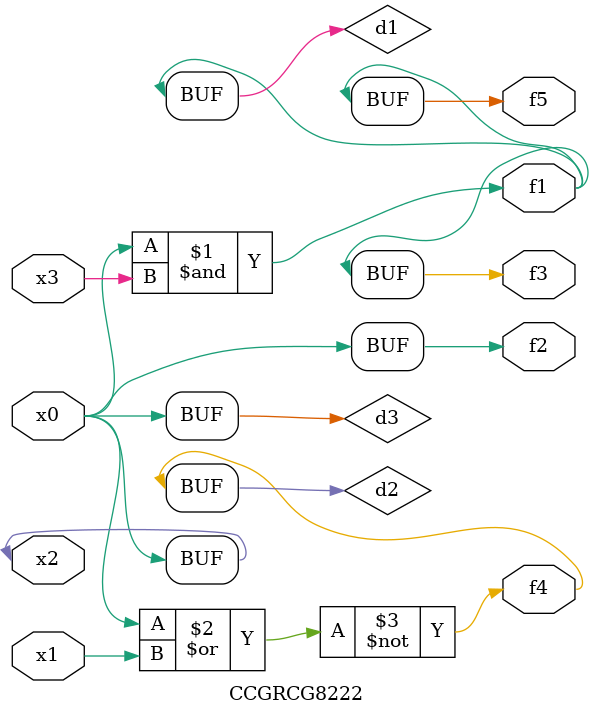
<source format=v>
module CCGRCG8222(
	input x0, x1, x2, x3,
	output f1, f2, f3, f4, f5
);

	wire d1, d2, d3;

	and (d1, x2, x3);
	nor (d2, x0, x1);
	buf (d3, x0, x2);
	assign f1 = d1;
	assign f2 = d3;
	assign f3 = d1;
	assign f4 = d2;
	assign f5 = d1;
endmodule

</source>
